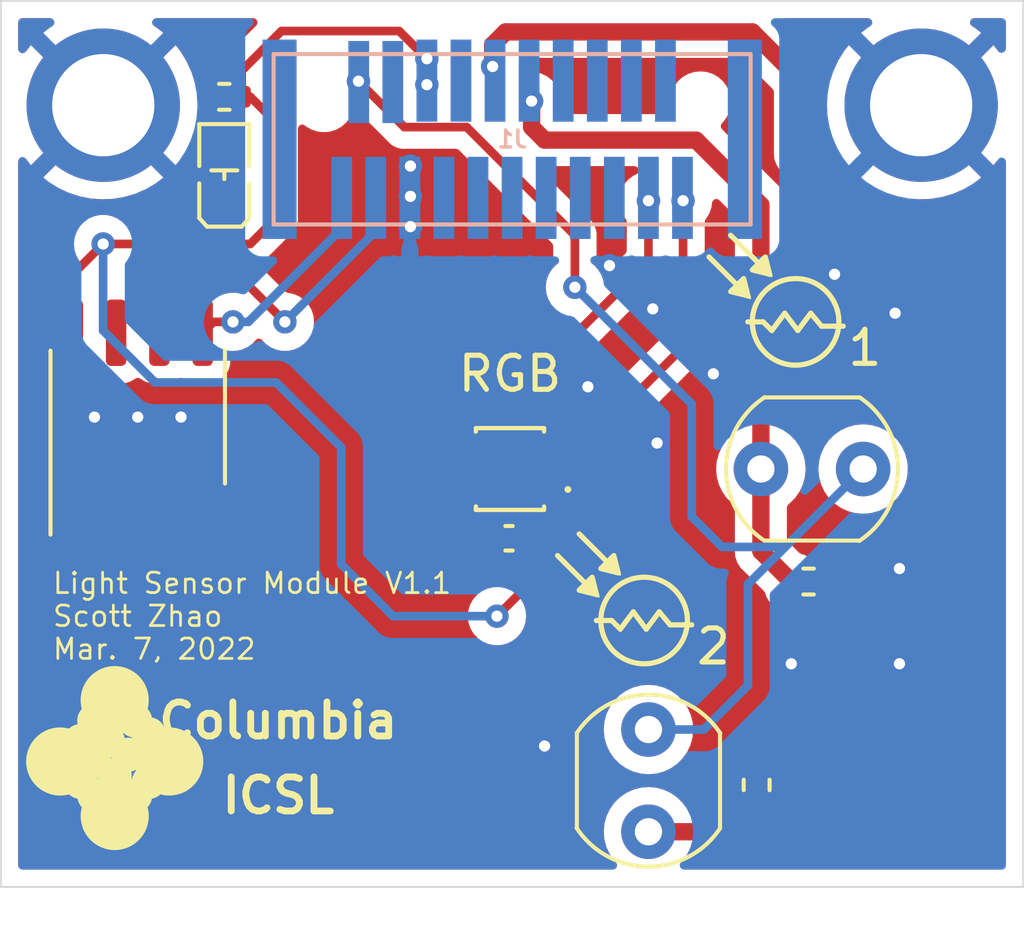
<source format=kicad_pcb>
(kicad_pcb (version 20211014) (generator pcbnew)
  (layers (0 "F.Cu" signal "Front") (1 "In1.Cu" signal) (2 "In2.Cu" signal) (31 "B.Cu" signal "Back") (34 "B.Paste" user) (35 "F.Paste" user) (36 "B.SilkS" user "B.Silkscreen") (37 "F.SilkS" user "F.Silkscreen") (38 "B.Mask" user) (39 "F.Mask" user) (44 "Edge.Cuts" user))
  (net 0 "")
  (net 1 "GND")
  (net 2 "Net-(D1-Pad2)")
  (net 3 "/3V3")
  (net 4 "/SDA_EEPROM")
  (net 5 "/~{RST}")
  (net 6 "/MISO")
  (net 7 "/MOSI")
  (net 8 "/SDA")
  (net 9 "/SCL")
  (net 10 "/SCL_EEPROM")
  (net 11 "/5V")
  (net 13 "/TXD")
  (net 14 "/Status")
  (net 15 "/A0")
  (net 17 "/RXD")
  (net 22 "/A1")
  (net 25 "/SCK")
  (net 26 "/CS")
  (footprint "ICSL:M1502-B-2545-AL-TOP" (layer "F.Cu") (at 98.048 66.986)
    (fp_text reference "H1" hide)
    (fp_text value "GND" hide)
    (pad "1" thru_hole circle locked (at -3.048 -2.986) (size 4.5 4.5) (drill 3) (layers *.Cu *.Mask) (net 1 "GND"))
  )
  (footprint "ICSL:M1502-B-2545-AL-TOP" (layer "F.Cu") (at 119 64)
    (fp_text reference "H2" hide)
    (fp_text value "GND" hide)
    (pad "1" thru_hole circle locked (at 0 0) (size 4.5 4.5) (drill 3) (layers *.Cu *.Mask) (net 1 "GND"))
  )
  (footprint "Resistor_SMD:R_0402_1005Metric" (layer "F.Cu") (at 98.552 63.754 180)
    (fp_text reference "R5" hide)
    (fp_text value "R_0402_10K")
    (fp_line (start -0.153641 -0.38) (end 0.153641 -0.38) (layer "F.SilkS") (width 0.12))
    (fp_line (start -0.153641 0.38) (end 0.153641 0.38) (layer "F.SilkS") (width 0.12))
    (pad "1" smd roundrect locked (at -0.51 0 180) (size 0.54 0.64) (layers "F.Cu" "F.Paste" "F.Mask") (net 3 "/3V3"))
    (pad "2" smd roundrect locked (at 0.51 0 180) (size 0.54 0.64) (layers "F.Cu" "F.Paste" "F.Mask") (net 2 "Net-(D1-Pad2)"))
  )
  (footprint "OptoDevice:R_LDR_5.0x4.1mm_P3mm_Vertical" (layer "F.Cu") (at 110.998 82.32 -90)
    (fp_text reference "R1" hide)
    (fp_text value "Photoresistor")
    (fp_line (start 0.1 -2.1) (end 2.9 -2.1) (layer "F.SilkS") (width 0.12))
    (fp_line (start 0.1 2.1) (end 2.9 2.1) (layer "F.SilkS") (width 0.12))
    (fp_arc (start 0.1 2.1) (mid -1.023872 -0.008372) (end 0.113963 -2.109242) (layer "F.SilkS") (width 0.12))
    (fp_arc (start 2.9 -2.1) (mid 4.023872 0.008372) (end 2.886037 2.109242) (layer "F.SilkS") (width 0.12))
    (pad "1" thru_hole circle locked (at 0 0 270) (size 1.6 1.6) (drill 0.8) (layers *.Cu *.Mask) (net 11 "/5V"))
    (pad "2" thru_hole circle locked (at 3 0 270) (size 1.6 1.6) (drill 0.8) (layers *.Cu *.Mask) (net 22 "/A1"))
  )
  (footprint "Capacitor_SMD:C_0402_1005Metric" (layer "F.Cu") (at 106.906 76.708 180)
    (fp_text reference "C1" hide)
    (fp_text value "C_0402_0.1uF_16V")
    (fp_line (start -0.107836 0.36) (end 0.107836 0.36) (layer "F.SilkS") (width 0.12))
    (fp_line (start -0.107836 -0.36) (end 0.107836 -0.36) (layer "F.SilkS") (width 0.12))
    (pad "1" smd roundrect locked (at -0.48 0 180) (size 0.56 0.62) (layers "F.Cu" "F.Paste" "F.Mask") (net 3 "/3V3"))
    (pad "2" smd roundrect locked (at 0.48 0 180) (size 0.56 0.62) (layers "F.Cu" "F.Paste" "F.Mask") (net 1 "GND"))
  )
  (footprint "Resistor_SMD:R_0402_1005Metric" (layer "F.Cu") (at 114.173 83.947 90)
    (fp_text reference "R2" hide)
    (fp_text value "R_0402_10K")
    (fp_line (start -0.153641 -0.38) (end 0.153641 -0.38) (layer "F.SilkS") (width 0.12))
    (fp_line (start -0.153641 0.38) (end 0.153641 0.38) (layer "F.SilkS") (width 0.12))
    (pad "1" smd roundrect locked (at -0.51 0 90) (size 0.54 0.64) (layers "F.Cu" "F.Paste" "F.Mask") (net 22 "/A1"))
    (pad "2" smd roundrect locked (at 0.51 0 90) (size 0.54 0.64) (layers "F.Cu" "F.Paste" "F.Mask") (net 1 "GND"))
  )
  (footprint "jlcsmt:SOIC-8_3.9x4.9mm_P1.27mm" (layer "F.Cu") (at 96.012 73.152)
    (fp_text reference "U3" hide)
    (fp_text value "EEPROM_M24C02-WMN6TP")
    (fp_line (start -2.56 0) (end -2.56 3.45) (layer "F.SilkS") (width 0.12))
    (fp_line (start 2.56 0) (end 2.56 -1.95) (layer "F.SilkS") (width 0.12))
    (fp_line (start -2.56 0) (end -2.56 -1.95) (layer "F.SilkS") (width 0.12))
    (fp_line (start 2.56 0) (end 2.56 1.95) (layer "F.SilkS") (width 0.12))
    (pad "1" smd roundrect (at -1.905 2.475 90) (size 1.95 0.6) (layers "F.Cu" "F.Paste" "F.Mask"))
    (pad "2" smd roundrect (at -0.635 2.475 90) (size 1.95 0.6) (layers "F.Cu" "F.Paste" "F.Mask"))
    (pad "3" smd roundrect (at 0.635 2.475 90) (size 1.95 0.6) (layers "F.Cu" "F.Paste" "F.Mask"))
    (pad "4" smd roundrect (at 1.905 2.475 90) (size 1.95 0.6) (layers "F.Cu" "F.Paste" "F.Mask") (net 1 "GND"))
    (pad "5" smd roundrect (at 1.905 -2.475 90) (size 1.95 0.6) (layers "F.Cu" "F.Paste" "F.Mask") (net 4 "/SDA_EEPROM"))
    (pad "6" smd roundrect (at 0.635 -2.475 90) (size 1.95 0.6) (layers "F.Cu" "F.Paste" "F.Mask") (net 10 "/SCL_EEPROM"))
    (pad "7" smd roundrect (at -0.635 -2.475 90) (size 1.95 0.6) (layers "F.Cu" "F.Paste" "F.Mask"))
    (pad "8" smd roundrect (at -1.905 -2.475 90) (size 1.95 0.6) (layers "F.Cu" "F.Paste" "F.Mask") (net 3 "/3V3"))
  )
  (footprint "ICSL:icsl_logo" (layer "F.Cu") (at 97.536 83.058)
    (fp_text reference "U1" hide)
    (fp_text value "ICSL_LOGO" hide)
    (fp_text user "ICSL" (at 2.6 1.2) (layer "F.SilkS") (effects (font (thickness 0.2))))
    (fp_text user "Columbia" (at 2.6 -1) (layer "F.SilkS") (effects (font (thickness 0.2))))
    (fp_circle (center -1.6 1.2) (end -1.6 1.2) (layer "F.SilkS") (width 0.5) (fill none))
    (fp_circle (center -2.8 1.2) (end -2.8 1.2) (layer "F.SilkS") (width 0.5) (fill none))
    (fp_circle (center -3.2 0.8) (end -3.2 0.8) (layer "F.SilkS") (width 0.5) (fill none))
    (fp_circle (center -1.2 0.8) (end -1.2 0.8) (layer "F.SilkS") (width 0.5) (fill none))
    (fp_circle (center -2.4 -0.4) (end -2.4 -0.4) (layer "F.SilkS") (width 0.5) (fill none))
    (fp_circle (center -1.6 -1) (end -1.6 -1) (layer "F.SilkS") (width 0.5) (fill none))
    (fp_circle (center -3.2 -0.4) (end -3.2 -0.4) (layer "F.SilkS") (width 0.5) (fill none))
    (fp_circle (center -3.8 0.2) (end -3.8 0.2) (layer "F.SilkS") (width 1) (fill none))
    (fp_circle (center -1.2 -0.6) (end -1.2 -0.6) (layer "F.SilkS") (width 0.5) (fill none))
    (fp_circle (center -0.6 0.2) (end -0.6 0.2) (layer "F.SilkS") (width 1) (fill none))
    (fp_circle (center -2.8 -1) (end -2.8 -1) (layer "F.SilkS") (width 0.5) (fill none))
    (fp_circle (center -2.2 0.6) (end -2.2 0.6) (layer "F.SilkS") (width 0.5) (fill none))
    (fp_circle (center -2.8 0.2) (end -2.8 0.2) (layer "F.SilkS") (width 0.5) (fill none))
    (fp_circle (center -2.2 1.8) (end -2.2 1.8) (layer "F.SilkS") (width 1) (fill none))
    (fp_circle (center -1.8 0) (end -1.8 0) (layer "F.SilkS") (width 0.5) (fill none))
    (fp_circle (center -2.2 -1.6) (end -2.2 -1.6) (layer "F.SilkS") (width 1) (fill none))
  )
  (footprint "Resistor_SMD:R_0402_1005Metric" (layer "F.Cu") (at 115.697 77.978)
    (fp_text reference "R4" hide)
    (fp_text value "R_0402_10K")
    (fp_line (start -0.153641 0.38) (end 0.153641 0.38) (layer "F.SilkS") (width 0.12))
    (fp_line (start -0.153641 -0.38) (end 0.153641 -0.38) (layer "F.SilkS") (width 0.12))
    (pad "1" smd roundrect locked (at -0.51 0) (size 0.54 0.64) (layers "F.Cu" "F.Paste" "F.Mask") (net 15 "/A0"))
    (pad "2" smd roundrect locked (at 0.51 0) (size 0.54 0.64) (layers "F.Cu" "F.Paste" "F.Mask") (net 1 "GND"))
  )
  (footprint "jlcsmt:LED_0603_1608Metric" (layer "F.Cu") (at 98.552 66.04 90)
    (fp_text reference "D1" hide)
    (fp_text value "LED_0603_Red" hide)
    (fp_line (start -1.27 0.735) (end -1.524 0.508) (layer "F.SilkS") (width 0.12))
    (fp_line (start 0.127 0) (end -0.127 0) (layer "F.SilkS") (width 0.12))
    (fp_line (start 0.127 -0.381) (end 0.127 0.381) (layer "F.SilkS") (width 0.12))
    (fp_line (start 0.254 0.735) (end 1.485 0.735) (layer "F.SilkS") (width 0.12))
    (fp_line (start -0.254 -0.735) (end -1.27 -0.735) (layer "F.SilkS") (width 0.12))
    (fp_line (start 1.485 -0.735) (end 0.254 -0.735) (layer "F.SilkS") (width 0.12))
    (fp_line (start -1.524 -0.508) (end -1.27 -0.735) (layer "F.SilkS") (width 0.12))
    (fp_line (start -1.524 0.508) (end -1.524 -0.508) (layer "F.SilkS") (width 0.12))
    (fp_line (start -1.27 0.735) (end -0.254 0.735) (layer "F.SilkS") (width 0.12))
    (fp_line (start 1.485 0.735) (end 1.485 -0.735) (layer "F.SilkS") (width 0.12))
    (pad "1" smd roundrect (at -0.7875 0 270) (size 0.875 0.95) (layers "F.Cu" "F.Paste" "F.Mask") (net 1 "GND"))
    (pad "2" smd roundrect (at 0.7875 0 270) (size 0.875 0.95) (layers "F.Cu" "F.Paste" "F.Mask") (net 2 "Net-(D1-Pad2)"))
  )
  (footprint "jlcsmt:TCS34725FN" (layer "F.Cu") (at 106.934 74.676 180)
    (fp_text reference "U2" hide)
    (fp_text value "Color_TCS34725FN" hide)
    (fp_line (start -1 -1.1) (end -1 -1.2) (layer "F.SilkS") (width 0.127))
    (fp_line (start 1 1.1) (end 1 1.2) (layer "F.SilkS") (width 0.127))
    (fp_line (start -1 1.2) (end -1 1.1) (layer "F.SilkS") (width 0.127))
    (fp_line (start 1 -1.2) (end 1 -1.1) (layer "F.SilkS") (width 0.127))
    (fp_line (start 1 1.2) (end -1 1.2) (layer "F.SilkS") (width 0.127))
    (fp_line (start -1 -1.2) (end 1 -1.2) (layer "F.SilkS") (width 0.127))
    (fp_circle (center -1.7 -0.6) (end -1.65 -0.6) (layer "F.SilkS") (width 0.1) (fill none))
    (pad "1" smd rect (at -0.75 -0.65 180) (size 1 0.4) (layers "F.Cu" "F.Paste" "F.Mask") (net 3 "/3V3"))
    (pad "2" smd rect (at -0.75 0 180) (size 1 0.4) (layers "F.Cu" "F.Paste" "F.Mask") (net 9 "/SCL"))
    (pad "3" smd rect (at -0.75 0.65 180) (size 1 0.4) (layers "F.Cu" "F.Paste" "F.Mask") (net 1 "GND"))
    (pad "4" smd rect (at 0.75 0.65 180) (size 1 0.4) (layers "F.Cu" "F.Paste" "F.Mask"))
    (pad "5" smd rect (at 0.75 0 180) (size 1 0.4) (layers "F.Cu" "F.Paste" "F.Mask"))
    (pad "6" smd rect (at 0.75 -0.65 180) (size 1 0.4) (layers "F.Cu" "F.Paste" "F.Mask") (net 8 "/SDA"))
  )
  (footprint "OptoDevice:R_LDR_5.0x4.1mm_P3mm_Vertical" (layer "F.Cu") (at 117.298 74.676 180)
    (fp_text reference "R3" hide)
    (fp_text value "Photoresistor")
    (fp_line (start 0.1 2.1) (end 2.9 2.1) (layer "F.SilkS") (width 0.12))
    (fp_line (start 0.1 -2.1) (end 2.9 -2.1) (layer "F.SilkS") (width 0.12))
    (fp_arc (start 2.9 -2.1) (mid 4.023872 0.008372) (end 2.886037 2.109242) (layer "F.SilkS") (width 0.12))
    (fp_arc (start 0.1 2.1) (mid -1.023872 -0.008372) (end 0.113963 -2.109242) (layer "F.SilkS") (width 0.12))
    (pad "1" thru_hole circle locked (at 0 0 180) (size 1.6 1.6) (drill 0.8) (layers *.Cu *.Mask) (net 11 "/5V"))
    (pad "2" thru_hole circle locked (at 3 0 180) (size 1.6 1.6) (drill 0.8) (layers *.Cu *.Mask) (net 15 "/A0"))
  )
  (footprint "ICSL:Amphenol_91911-31321LF_PLUG" (layer "B.Cu") (at 107 65 180)
    (fp_text reference "J1" (at 0 0) (layer "B.SilkS") (effects (font (size 0.5 0.5) (thickness 0.1)) (justify mirror)))
    (fp_text value "Amphenol_91911-31321_plug" hide)
    (fp_line (start 7 -2.5) (end 7 2.5) (layer "B.SilkS") (width 0.12))
    (fp_line (start -6.9965 2.5) (end -6.9965 -2.5) (layer "B.SilkS") (width 0.12))
    (fp_line (start -6.9965 -2.5) (end 7 -2.5) (layer "B.SilkS") (width 0.12))
    (fp_line (start 7 2.5) (end -6.9965 2.5) (layer "B.SilkS") (width 0.12))
    (pad "" np_thru_hole circle locked (at 5.5245 1.1 180) (size 0.76 0.76) (drill 0.76) (layers *.Cu *.Mask))
    (pad "" np_thru_hole circle locked (at -5.5245 1.1 180) (size 0.76 0.76) (drill 0.76) (layers *.Cu *.Mask))
    (pad "" smd rect locked (at 6.8265 0 180) (size 1 5.85) (layers "B.Cu" "B.Paste" "B.Mask"))
    (pad "" smd rect locked (at -6.8265 0 180) (size 1 5.85) (layers "B.Cu" "B.Paste" "B.Mask"))
    (pad "1" smd rect locked (at 5.0035 -1.72 180) (size 0.61 2.41) (layers "B.Cu" "B.Paste" "B.Mask") (net 4 "/SDA_EEPROM"))
    (pad "2" smd rect locked (at 4.0035 -1.72 180) (size 0.61 2.41) (layers "B.Cu" "B.Paste" "B.Mask") (net 10 "/SCL_EEPROM"))
    (pad "3" smd rect locked (at 3.0035 -1.72 180) (size 0.61 2.41) (layers "B.Cu" "B.Paste" "B.Mask") (net 1 "GND"))
    (pad "4" smd rect locked (at 2.0035 -1.72 180) (size 0.61 2.41) (layers "B.Cu" "B.Paste" "B.Mask"))
    (pad "5" smd rect locked (at 1.0035 -1.72 180) (size 0.61 2.41) (layers "B.Cu" "B.Paste" "B.Mask") (net 5 "/~{RST}"))
    (pad "6" smd rect locked (at 0.0035 -1.72 180) (size 0.61 2.41) (layers "B.Cu" "B.Paste" "B.Mask") (net 25 "/SCK"))
    (pad "7" smd rect locked (at -0.9965 -1.72 180) (size 0.61 2.41) (layers "B.Cu" "B.Paste" "B.Mask") (net 6 "/MISO"))
    (pad "8" smd rect locked (at -1.9965 -1.72 180) (size 0.61 2.41) (layers "B.Cu" "B.Paste" "B.Mask") (net 7 "/MOSI"))
    (pad "9" smd rect locked (at -2.9965 -1.72 180) (size 0.61 2.41) (layers "B.Cu" "B.Paste" "B.Mask") (net 26 "/CS"))
    (pad "10" smd rect locked (at -3.9965 -1.72 180) (size 0.61 2.41) (layers "B.Cu" "B.Paste" "B.Mask") (net 8 "/SDA"))
    (pad "11" smd rect locked (at -4.9965 -1.72 180) (size 0.61 2.41) (layers "B.Cu" "B.Paste" "B.Mask") (net 9 "/SCL"))
    (pad "12" smd rect locked (at -4.4965 1.72 180) (size 0.61 2.41) (layers "B.Cu" "B.Paste" "B.Mask"))
    (pad "13" smd rect locked (at -3.4965 1.72 180) (size 0.61 2.41) (layers "B.Cu" "B.Paste" "B.Mask") (net 17 "/RXD"))
    (pad "14" smd rect locked (at -2.4965 1.72 180) (size 0.61 2.41) (layers "B.Cu" "B.Paste" "B.Mask") (net 13 "/TXD"))
    (pad "15" smd rect locked (at -1.4965 1.72 180) (size 0.61 2.41) (layers "B.Cu" "B.Paste" "B.Mask") (net 14 "/Status"))
    (pad "16" smd rect locked (at -0.4965 1.72 180) (size 0.61 2.41) (layers "B.Cu" "B.Paste" "B.Mask") (net 15 "/A0"))
    (pad "17" smd rect locked (at 0.5035 1.72 180) (size 0.61 2.41) (layers "B.Cu" "B.Paste" "B.Mask") (net 22 "/A1"))
    (pad "18" smd rect locked (at 1.5035 1.72 180) (size 0.61 2.41) (layers "B.Cu" "B.Paste" "B.Mask"))
    (pad "19" smd rect locked (at 2.5035 1.72 180) (size 0.61 2.41) (layers "B.Cu" "B.Paste" "B.Mask") (net 3 "/3V3"))
    (pad "20" smd rect locked (at 3.5035 1.68 180) (size 0.61 2.41) (layers "B.Cu" "B.Paste" "B.Mask"))
    (pad "21" smd rect locked (at 4.5035 1.68 180) (size 0.61 2.41) (layers "B.Cu" "B.Paste" "B.Mask") (net 11 "/5V"))
  )
  (gr_line (start 113.411 67.818) (end 114.554 68.961) (layer "F.SilkS") (width 0.1524))
  (gr_line (start 110.9345 79.375) (end 111.3155 78.867) (layer "F.SilkS") (width 0.1524))
  (gr_line (start 110.1725 79.375) (end 110.5535 78.867) (layer "F.SilkS") (width 0.1524))
  (gr_line (start 115.3795 70.612) (end 115.7605 70.104) (layer "F.SilkS") (width 0.1524))
  (gr_line (start 114.3635 70.358) (end 113.914123 70.358) (layer "F.SilkS") (width 0.1524))
  (gr_line (start 112.014 79.248) (end 112.268 79.248) (layer "F.SilkS") (width 0.1524))
  (gr_line (start 116.459 70.485) (end 116.713 70.485) (layer "F.SilkS") (width 0.1524))
  (gr_circle (center 110.871 79.121) (end 112.141 79.121) (layer "F.SilkS") (width 0.1524) (fill none))
  (gr_line (start 111.633 79.248) (end 112.014 79.248) (layer "F.SilkS") (width 0.1524))
  (gr_line (start 108.331 77.216) (end 109.474 78.359) (layer "F.SilkS") (width 0.1524))
  (gr_line (start 116.078 70.485) (end 116.459 70.485) (layer "F.SilkS") (width 0.1524))
  (gr_poly (pts (xy 110.109 77.724) (xy 109.601 77.597) (xy 109.982 77.216)) (layer "F.SilkS") (width 0.1524) (fill solid))
  (gr_poly (pts (xy 114.554 68.961) (xy 114.046 68.834) (xy 114.427 68.453)) (layer "F.SilkS") (width 0.1524) (fill solid))
  (gr_line (start 109.9185 79.121) (end 109.469123 79.121) (layer "F.SilkS") (width 0.1524))
  (gr_line (start 112.776 68.453) (end 113.919 69.596) (layer "F.SilkS") (width 0.1524))
  (gr_circle (center 115.316 70.358) (end 116.586 70.358) (layer "F.SilkS") (width 0.1524) (fill none))
  (gr_line (start 114.3635 70.358) (end 114.6175 70.612) (layer "F.SilkS") (width 0.1524))
  (gr_line (start 110.5535 78.867) (end 110.9345 79.375) (layer "F.SilkS") (width 0.1524))
  (gr_poly (pts (xy 113.919 69.596) (xy 113.411 69.469) (xy 113.792 69.088)) (layer "F.SilkS") (width 0.1524) (fill solid))
  (gr_line (start 114.6175 70.612) (end 114.9985 70.104) (layer "F.SilkS") (width 0.1524))
  (gr_line (start 109.9185 79.121) (end 110.1725 79.375) (layer "F.SilkS") (width 0.1524))
  (gr_line (start 114.9985 70.104) (end 115.3795 70.612) (layer "F.SilkS") (width 0.1524))
  (gr_line (start 108.966 76.581) (end 110.109 77.724) (layer "F.SilkS") (width 0.1524))
  (gr_line (start 111.3155 78.867) (end 111.633 79.248) (layer "F.SilkS") (width 0.1524))
  (gr_poly (pts (xy 109.474 78.359) (xy 108.966 78.232) (xy 109.347 77.851)) (layer "F.SilkS") (width 0.1524) (fill solid))
  (gr_line (start 115.7605 70.104) (end 116.078 70.485) (layer "F.SilkS") (width 0.1524))
  (gr_line (start 121.995 60.938) (end 91.995 60.938) (layer "Edge.Cuts") (width 0.05))
  (gr_line (start 91.995 60.938) (end 91.995 86.938) (layer "Edge.Cuts") (width 0.05))
  (gr_line (start 91.995 86.938) (end 121.995 86.938) (layer "Edge.Cuts") (width 0.05))
  (gr_line (start 121.995 86.938) (end 121.995 60.938) (layer "Edge.Cuts") (width 0.05))
  (gr_text "Light Sensor Module V1.1\nScott Zhao\nMar. 7, 2022" (at 93.472 78.994) (layer "F.SilkS") (effects (font (size 0.6 0.6) (thickness 0.08)) (justify left)))
  (gr_text "1" (at 117.348 71.12) (layer "F.SilkS") (effects (font (size 1 1))))
  (gr_text "2" (at 112.903 79.883) (layer "F.SilkS") (effects (font (size 1 1))))
  (gr_text "RGB" (at 106.934 71.882) (layer "F.SilkS") (effects (font (size 1 1))))
  (via (at 96.012 73.152) (size 0.6858) (drill 0.3302) (layers "F.Cu" "B.Cu") (net 1))
  (via (at 112.903 71.882) (size 0.6858) (drill 0.3302) (layers "F.Cu" "B.Cu") (net 1))
  (via (at 118.364 80.391) (size 0.6858) (drill 0.3302) (layers "F.Cu" "B.Cu") (net 1))
  (via (at 115.189 80.391) (size 0.6858) (drill 0.3302) (layers "F.Cu" "B.Cu") (net 1))
  (via (at 107.95 82.804) (size 0.6858) (drill 0.3302) (layers "F.Cu" "B.Cu") (net 1))
  (via (at 111.252 73.914) (size 0.6858) (drill 0.3302) (layers "F.Cu" "B.Cu") (net 1))
  (via (at 104.013 66.675) (size 0.6858) (drill 0.3302) (layers "F.Cu" "B.Cu") (net 1))
  (via (at 116.459 68.961) (size 0.6858) (drill 0.3302) (layers "F.Cu" "B.Cu") (net 1))
  (via (at 109.855 68.707) (size 0.6858) (drill 0.3302) (layers "F.Cu" "B.Cu") (net 1))
  (via (at 104.013 67.564) (size 0.6858) (drill 0.3302) (layers "F.Cu" "B.Cu") (net 1))
  (via (at 111.125 69.977) (size 0.6858) (drill 0.3302) (layers "F.Cu" "B.Cu") (net 1))
  (via (at 97.282 73.152) (size 0.6858) (drill 0.3302) (layers "F.Cu" "B.Cu") (net 1))
  (via (at 94.742 73.152) (size 0.6858) (drill 0.3302) (layers "F.Cu" "B.Cu") (net 1))
  (via (at 109.22 72.263) (size 0.6858) (drill 0.3302) (layers "F.Cu" "B.Cu") (net 1))
  (via (at 118.237 70.104) (size 0.6858) (drill 0.3302) (layers "F.Cu" "B.Cu") (net 1))
  (via (at 118.364 77.597) (size 0.6858) (drill 0.3302) (layers "F.Cu" "B.Cu") (net 1))
  (via (at 104.013 65.786) (size 0.6858) (drill 0.3302) (layers "F.Cu" "B.Cu") (net 1))
  (segment (start 98.042 64.514) (end 98.042 63.754) (width 0.254) (layer "F.Cu") (net 2))
  (segment (start 98.552 65.024) (end 98.042 64.514) (width 0.254) (layer "F.Cu") (net 2))
  (segment (start 98.552 65.2525) (end 98.552 65.024) (width 0.254) (layer "F.Cu") (net 2))
  (segment (start 99.314 68.072) (end 94.996 68.072) (width 0.254) (layer "F.Cu") (net 3))
  (segment (start 107.386 76.256) (end 107.696 75.946) (width 0.254) (layer "F.Cu") (net 3))
  (segment (start 104.4965 62.6355) (end 103.6846 61.8236) (width 0.254) (layer "F.Cu") (net 3))
  (segment (start 107.386 76.708) (end 107.386 76.256) (width 0.254) (layer "F.Cu") (net 3))
  (segment (start 94.107 68.961) (end 94.107 70.677) (width 0.254) (layer "F.Cu") (net 3))
  (segment (start 100.076 67.31) (end 99.314 68.072) (width 0.254) (layer "F.Cu") (net 3))
  (segment (start 99.062 62.99) (end 99.062 63.754) (width 0.254) (layer "F.Cu") (net 3))
  (segment (start 100.076 64.516) (end 100.076 67.31) (width 0.254) (layer "F.Cu") (net 3))
  (segment (start 103.6846 61.8236) (end 100.2284 61.8236) (width 0.254) (layer "F.Cu") (net 3))
  (segment (start 99.314 63.754) (end 100.076 64.516) (width 0.254) (layer "F.Cu") (net 3))
  (segment (start 104.4965 63.3975) (end 104.4965 62.6355) (width 0.254) (layer "F.Cu") (net 3))
  (segment (start 99.062 63.754) (end 99.314 63.754) (width 0.254) (layer "F.Cu") (net 3))
  (segment (start 107.696 75.946) (end 107.684 75.934) (width 0.254) (layer "F.Cu") (net 3))
  (segment (start 107.386 78.161) (end 106.553 78.994) (width 0.254) (layer "F.Cu") (net 3))
  (segment (start 94.996 68.072) (end 94.107 68.961) (width 0.254) (layer "F.Cu") (net 3))
  (segment (start 107.386 76.708) (end 107.386 78.161) (width 0.254) (layer "F.Cu") (net 3))
  (segment (start 100.2284 61.8236) (end 99.062 62.99) (width 0.254) (layer "F.Cu") (net 3))
  (segment (start 107.684 75.934) (end 107.684 75.326) (width 0.254) (layer "F.Cu") (net 3))
  (via (at 106.553 78.994) (size 0.6858) (drill 0.3302) (layers "F.Cu" "B.Cu") (net 3))
  (via (at 104.4965 63.3975) (size 0.6858) (drill 0.3302) (layers "F.Cu" "B.Cu") (net 3))
  (via (at 104.4965 62.6355) (size 0.6858) (drill 0.3302) (layers "F.Cu" "B.Cu") (net 3))
  (via (at 94.996 68.072) (size 0.6858) (drill 0.3302) (layers "F.Cu" "B.Cu") (net 3))
  (segment (start 101.981 74.041) (end 101.981 77.47) (width 0.254) (layer "B.Cu") (net 3))
  (segment (start 94.996 70.612) (end 96.52 72.136) (width 0.254) (layer "B.Cu") (net 3))
  (segment (start 100.076 72.136) (end 101.981 74.041) (width 0.254) (layer "B.Cu") (net 3))
  (segment (start 96.52 72.136) (end 100.076 72.136) (width 0.254) (layer "B.Cu") (net 3))
  (segment (start 94.996 68.072) (end 94.996 70.612) (width 0.254) (layer "B.Cu") (net 3))
  (segment (start 101.981 77.47) (end 103.505 78.994) (width 0.254) (layer "B.Cu") (net 3))
  (segment (start 103.505 78.994) (end 106.553 78.994) (width 0.254) (layer "B.Cu") (net 3))
  (segment (start 98.806 70.358) (end 98.236 70.358) (width 0.254) (layer "F.Cu") (net 4))
  (segment (start 98.236 70.358) (end 97.917 70.677) (width 0.254) (layer "F.Cu") (net 4))
  (via (at 98.806 70.358) (size 0.6858) (drill 0.3302) (layers "F.Cu" "B.Cu") (net 4))
  (segment (start 101.9965 66.72) (end 101.9965 67.62) (width 0.254) (layer "B.Cu") (net 4))
  (segment (start 101.9965 67.62) (end 99.2585 70.358) (width 0.254) (layer "B.Cu") (net 4))
  (segment (start 99.2585 70.358) (end 98.806 70.358) (width 0.254) (layer "B.Cu") (net 4))
  (segment (start 104.648 73.152) (end 106.68 71.12) (width 0.254) (layer "F.Cu") (net 8))
  (segment (start 106.184 75.326) (end 105.43 75.326) (width 0.254) (layer "F.Cu") (net 8))
  (segment (start 104.648 74.544) (end 104.648 73.152) (width 0.254) (layer "F.Cu") (net 8))
  (segment (start 106.68 71.12) (end 106.934 71.12) (width 0.254) (layer "F.Cu") (net 8))
  (segment (start 110.998 68.58) (end 110.998 66.802) (width 0.254) (layer "F.Cu") (net 8))
  (segment (start 106.934 71.12) (end 108.458 71.12) (width 0.254) (layer "F.Cu") (net 8))
  (segment (start 105.43 75.326) (end 104.648 74.544) (width 0.254) (layer "F.Cu") (net 8))
  (segment (start 108.458 71.12) (end 110.998 68.58) (width 0.254) (layer "F.Cu") (net 8))
  (via (at 110.998 66.802) (size 0.6858) (drill 0.3302) (layers "F.Cu" "B.Cu") (net 8))
  (segment (start 107.684 74.676) (end 108.438 74.676) (width 0.254) (layer "F.Cu") (net 9))
  (segment (start 112.014 71.1) (end 112.014 66.802) (width 0.254) (layer "F.Cu") (net 9))
  (segment (start 108.438 74.676) (end 112.014 71.1) (width 0.254) (layer "F.Cu") (net 9))
  (via (at 112.014 66.802) (size 0.6858) (drill 0.3302) (layers "F.Cu" "B.Cu") (net 9))
  (segment (start 97.282 68.834) (end 96.647 69.469) (width 0.254) (layer "F.Cu") (net 10))
  (segment (start 100.33 70.358) (end 98.806 68.834) (width 0.254) (layer "F.Cu") (net 10))
  (segment (start 96.647 69.469) (end 96.647 70.677) (width 0.254) (layer "F.Cu") (net 10))
  (segment (start 98.806 68.834) (end 97.282 68.834) (width 0.254) (layer "F.Cu") (net 10))
  (via (at 100.33 70.358) (size 0.6858) (drill 0.3302) (layers "F.Cu" "B.Cu") (net 10))
  (segment (start 100.33 70.358) (end 102.9965 67.6915) (width 0.254) (layer "B.Cu") (net 10))
  (segment (start 102.9965 67.6915) (end 102.9965 66.72) (width 0.254) (layer "B.Cu") (net 10))
  (segment (start 103.8352 64.643) (end 105.664 64.643) (width 0.254) (layer "F.Cu") (net 11))
  (segment (start 108.839 67.818) (end 108.839 69.342) (width 0.254) (layer "F.Cu") (net 11))
  (segment (start 102.489 63.2968) (end 103.8352 64.643) (width 0.254) (layer "F.Cu") (net 11))
  (segment (start 105.664 64.643) (end 108.839 67.818) (width 0.254) (layer "F.Cu") (net 11))
  (via (at 108.839 69.342) (size 0.6858) (drill 0.3302) (layers "F.Cu" "B.Cu") (net 11))
  (via (at 102.489 63.2968) (size 0.6858) (drill 0.3302) (layers "F.Cu" "B.Cu") (net 11))
  (segment (start 115.012 76.962) (end 117.298 74.676) (width 0.254) (layer "B.Cu") (net 11))
  (segment (start 112.268 72.771) (end 112.268 76.073) (width 0.254) (layer "B.Cu") (net 11))
  (segment (start 113.919 81.026) (end 112.625 82.32) (width 0.254) (layer "B.Cu") (net 11))
  (segment (start 112.625 82.32) (end 110.998 82.32) (width 0.254) (layer "B.Cu") (net 11))
  (segment (start 112.268 76.073) (end 113.157 76.962) (width 0.254) (layer "B.Cu") (net 11))
  (segment (start 113.157 76.962) (end 115.012 76.962) (width 0.254) (layer "B.Cu") (net 11))
  (segment (start 108.839 69.342) (end 112.268 72.771) (width 0.254) (layer "B.Cu") (net 11))
  (segment (start 113.919 81.026) (end 113.919 78.055) (width 0.254) (layer "B.Cu") (net 11))
  (segment (start 113.919 78.055) (end 115.012 76.962) (width 0.254) (layer "B.Cu") (net 11))
  (segment (start 107.569 63.881) (end 107.569 64.643) (width 0.508) (layer "F.Cu") (net 15))
  (segment (start 107.569 64.643) (end 107.95 65.024) (width 0.508) (layer "F.Cu") (net 15))
  (segment (start 112.395 65.024) (end 113.919 66.548) (width 0.508) (layer "F.Cu") (net 15))
  (segment (start 114.298 74.676) (end 114.298 77.089) (width 0.508) (layer "F.Cu") (net 15))
  (segment (start 114.298 74.676) (end 114.298 66.927) (width 0.508) (layer "F.Cu") (net 15))
  (segment (start 114.298 66.927) (end 113.919 66.548) (width 0.508) (layer "F.Cu") (net 15))
  (segment (start 114.298 77.089) (end 115.187 77.978) (width 0.508) (layer "F.Cu") (net 15))
  (segment (start 107.95 65.024) (end 112.395 65.024) (width 0.508) (layer "F.Cu") (net 15))
  (via (at 107.569 63.881) (size 0.6858) (drill 0.3302) (layers "F.Cu" "B.Cu") (net 15))
  (segment (start 114.173 84.457) (end 118.997 84.457) (width 0.508) (layer "F.Cu") (net 22))
  (segment (start 119.761 83.693) (end 119.507 83.947) (width 0.508) (layer "F.Cu") (net 22))
  (segment (start 106.807 61.849) (end 114.046 61.849) (width 0.508) (layer "F.Cu") (net 22))
  (segment (start 114.046 61.849) (end 115.443 63.246) (width 0.508) (layer "F.Cu") (net 22))
  (segment (start 106.426 62.23) (end 106.807 61.849) (width 0.508) (layer "F.Cu") (net 22))
  (segment (start 106.426 62.865) (end 106.426 62.23) (width 0.508) (layer "F.Cu") (net 22))
  (segment (start 115.443 63.246) (end 115.443 65.405) (width 0.508) (layer "F.Cu") (net 22))
  (segment (start 110.998 85.32) (end 113.31 85.32) (width 0.508) (layer "F.Cu") (net 22))
  (segment (start 113.31 85.32) (end 114.173 84.457) (width 0.508) (layer "F.Cu") (net 22))
  (segment (start 118.997 84.457) (end 119.507 83.947) (width 0.508) (layer "F.Cu") (net 22))
  (segment (start 119.761 69.723) (end 119.761 83.693) (width 0.508) (layer "F.Cu") (net 22))
  (segment (start 115.443 65.405) (end 119.761 69.723) (width 0.508) (layer "F.Cu") (net 22))
  (via (at 106.426 62.865) (size 0.6858) (drill 0.3302) (layers "F.Cu" "B.Cu") (net 22))
  (zone (net 1) (net_name "GND") (layer "F.Cu") (priority 1) (connect_pads (clearance 0.508)) (min_thickness 0.254) (fill yes (thermal_gap 0.508) (thermal_bridge_width 0.508))
    (polygon (pts (xy 121.495 86.438) (xy 92.495 86.438) (xy 92.495 61.438) (xy 121.495 61.438)))
  )
  (zone (net 1) (net_name "GND") (layer "B.Cu") (priority 1) (connect_pads (clearance 0.508)) (min_thickness 0.254) (fill yes (thermal_gap 0.508) (thermal_bridge_width 0.508))
    (polygon (pts (xy 121.495 86.438) (xy 92.495 86.438) (xy 92.495 61.438) (xy 121.495 61.438)))
  )
)
</source>
